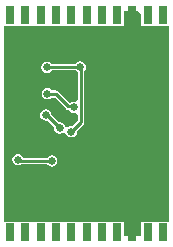
<source format=gbl>
G04*
G04 #@! TF.GenerationSoftware,Altium Limited,Altium Designer,20.0.2 (26)*
G04*
G04 Layer_Physical_Order=2*
G04 Layer_Color=16711680*
%FSLAX25Y25*%
%MOIN*%
G70*
G01*
G75*
%ADD11C,0.01000*%
%ADD26C,0.02520*%
%ADD27R,0.03150X0.05906*%
G36*
X46111Y74284D02*
Y70502D01*
X50460D01*
Y70502D01*
X51204D01*
Y70502D01*
X55354D01*
Y5167D01*
X51204D01*
Y5167D01*
X50459D01*
Y5167D01*
X46109D01*
Y647D01*
X46074Y472D01*
X40305D01*
X40270Y647D01*
Y5167D01*
X35921D01*
Y5167D01*
X35177D01*
Y5167D01*
X30827D01*
Y5167D01*
X30083D01*
Y5167D01*
X25734D01*
Y5167D01*
X24990D01*
Y5167D01*
X20640D01*
Y5167D01*
X19896D01*
Y5167D01*
X15547D01*
Y5167D01*
X14803D01*
Y5167D01*
X10453D01*
Y5167D01*
X9709D01*
Y5167D01*
X5360D01*
Y5167D01*
X4616D01*
Y5167D01*
X433D01*
Y70502D01*
X4616D01*
Y70502D01*
X5361D01*
Y70502D01*
X9711D01*
Y70502D01*
X10456D01*
Y70502D01*
X14806D01*
Y70502D01*
X15550D01*
Y70502D01*
X19899D01*
Y70502D01*
X20643D01*
Y70502D01*
X24993D01*
Y70502D01*
X25737D01*
Y70502D01*
X30086D01*
Y70502D01*
X30830D01*
Y70502D01*
X35180D01*
Y70502D01*
X35924D01*
Y70502D01*
X40273D01*
Y75022D01*
X40316Y75236D01*
X40339Y75265D01*
X45213Y75268D01*
X46111Y74284D01*
D02*
G37*
%LPC*%
G36*
X25827Y58629D02*
X25101Y58484D01*
X24486Y58073D01*
X24339Y57854D01*
X16002D01*
X15987Y57876D01*
X15371Y58287D01*
X14646Y58432D01*
X13920Y58287D01*
X13305Y57876D01*
X12894Y57261D01*
X12749Y56535D01*
X12894Y55810D01*
X13305Y55195D01*
X13920Y54783D01*
X14646Y54639D01*
X15371Y54783D01*
X15987Y55195D01*
X16265Y55611D01*
X24339D01*
X24486Y55391D01*
X24900Y55115D01*
Y45788D01*
X23900Y45117D01*
X23661Y45164D01*
X22936Y45020D01*
X22427Y44680D01*
X22339D01*
X18424Y48596D01*
X18060Y48839D01*
X17630Y48924D01*
X17630Y48924D01*
X16337D01*
X16191Y49143D01*
X15576Y49555D01*
X14850Y49699D01*
X14124Y49555D01*
X13509Y49143D01*
X13098Y48528D01*
X12954Y47803D01*
X13098Y47077D01*
X13509Y46462D01*
X14124Y46051D01*
X14850Y45906D01*
X15576Y46051D01*
X16191Y46462D01*
X16231Y46523D01*
X17260Y46586D01*
X21081Y42766D01*
X21081Y42765D01*
X21445Y42522D01*
X21875Y42437D01*
X21875Y42437D01*
X21980D01*
X22321Y41927D01*
X22936Y41516D01*
X23661Y41371D01*
X23900Y41419D01*
X24900Y40747D01*
Y38730D01*
X23133Y36963D01*
X22874Y37014D01*
X22148Y36870D01*
X21801Y36638D01*
X20940Y36860D01*
X20706Y37018D01*
X20689Y37104D01*
X20278Y37719D01*
X19663Y38130D01*
X18937Y38274D01*
X18678Y38223D01*
X16186Y40715D01*
X16043Y41434D01*
X15632Y42050D01*
X15017Y42461D01*
X14291Y42605D01*
X13566Y42461D01*
X12950Y42050D01*
X12539Y41434D01*
X12395Y40709D01*
X12539Y39983D01*
X12950Y39368D01*
X13566Y38957D01*
X14291Y38812D01*
X14813Y38916D01*
X17092Y36637D01*
X17041Y36378D01*
X17185Y35652D01*
X17596Y35037D01*
X18211Y34626D01*
X18937Y34482D01*
X19663Y34626D01*
X20010Y34858D01*
X20872Y34636D01*
X21105Y34479D01*
X21122Y34392D01*
X21533Y33777D01*
X22148Y33366D01*
X22874Y33222D01*
X23600Y33366D01*
X24215Y33777D01*
X24626Y34392D01*
X24770Y35118D01*
X24719Y35377D01*
X26814Y37472D01*
X26814Y37472D01*
X27057Y37836D01*
X27143Y38265D01*
Y55375D01*
X27168Y55391D01*
X27579Y56007D01*
X27723Y56732D01*
X27579Y57458D01*
X27168Y58073D01*
X26552Y58484D01*
X25827Y58629D01*
D02*
G37*
G36*
X5079Y27723D02*
X4353Y27579D01*
X3738Y27168D01*
X3327Y26552D01*
X3182Y25827D01*
X3327Y25101D01*
X3738Y24486D01*
X4353Y24075D01*
X5079Y23931D01*
X5804Y24075D01*
X6100Y24272D01*
X14812D01*
X14958Y24053D01*
X15574Y23642D01*
X16299Y23497D01*
X17025Y23642D01*
X17640Y24053D01*
X18051Y24668D01*
X18195Y25394D01*
X18051Y26119D01*
X17640Y26735D01*
X17025Y27146D01*
X16299Y27290D01*
X15574Y27146D01*
X14958Y26735D01*
X14812Y26515D01*
X6838D01*
X6831Y26552D01*
X6420Y27168D01*
X5804Y27579D01*
X5079Y27723D01*
D02*
G37*
%LPD*%
D11*
X14291Y40709D02*
X14606D01*
X14850Y47803D02*
X17630D01*
X21875Y43558D01*
X14724Y56457D02*
X15000Y56732D01*
X21875Y43558D02*
X23371D01*
X25827Y56732D02*
X26021Y56538D01*
Y38265D02*
Y56538D01*
X22874Y35118D02*
X26021Y38265D01*
X14606Y40709D02*
X18937Y36378D01*
X5512Y25394D02*
X16299D01*
X5079Y25827D02*
X5512Y25394D01*
X2522Y41892D02*
X7598Y46968D01*
X2522Y20746D02*
Y41892D01*
Y20746D02*
X7835Y15433D01*
X43192Y69570D02*
Y75236D01*
X36575Y62953D02*
X43192Y69570D01*
X13347Y62953D02*
X36575D01*
X7835Y15433D02*
X33307D01*
X43189Y433D02*
Y5551D01*
X33307Y15433D02*
X43189Y5551D01*
X15000Y56732D02*
X25827D01*
X14646Y56535D02*
X14724Y56457D01*
X23371Y43558D02*
X23661Y43268D01*
X6811Y62953D02*
X13347D01*
X7598Y46968D02*
Y57205D01*
X13347Y62953D01*
D26*
X14850Y47803D02*
D03*
X22874Y35118D02*
D03*
X18937Y36378D02*
D03*
X5079Y25827D02*
D03*
X16299Y25394D02*
D03*
X25827Y56732D02*
D03*
X23661Y43268D02*
D03*
X7835Y15433D02*
D03*
X7598Y46968D02*
D03*
X14646Y56535D02*
D03*
X6811Y62953D02*
D03*
X14291Y40709D02*
D03*
D27*
X53379Y74055D02*
D03*
X48285D02*
D03*
X17724D02*
D03*
X22818D02*
D03*
X27911D02*
D03*
X33005D02*
D03*
X38098D02*
D03*
X43192D02*
D03*
X12631D02*
D03*
X2441D02*
D03*
X7536D02*
D03*
X2441Y1614D02*
D03*
X7534D02*
D03*
X38095D02*
D03*
X33002D02*
D03*
X27908D02*
D03*
X22815D02*
D03*
X17721D02*
D03*
X12628D02*
D03*
X43189D02*
D03*
X53379D02*
D03*
X48284D02*
D03*
M02*

</source>
